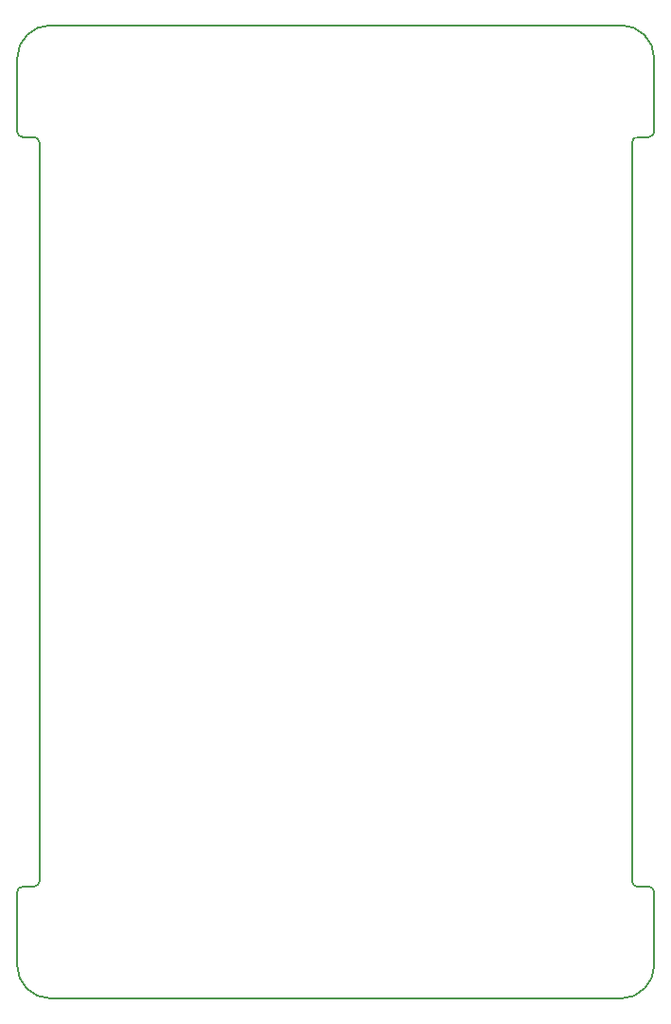
<source format=gm1>
%TF.GenerationSoftware,KiCad,Pcbnew,7.0.9-7.0.9~ubuntu22.04.1*%
%TF.CreationDate,2023-11-22T13:15:59-05:00*%
%TF.ProjectId,MWIRDetector,4d574952-4465-4746-9563-746f722e6b69,0.8.X*%
%TF.SameCoordinates,PX8f0d198PY5f5e100*%
%TF.FileFunction,Profile,NP*%
%FSLAX46Y46*%
G04 Gerber Fmt 4.6, Leading zero omitted, Abs format (unit mm)*
G04 Created by KiCad (PCBNEW 7.0.9-7.0.9~ubuntu22.04.1) date 2023-11-22 13:15:59*
%MOMM*%
%LPD*%
G01*
G04 APERTURE LIST*
%TA.AperFunction,Profile*%
%ADD10C,0.200000*%
%TD*%
G04 APERTURE END LIST*
D10*
%TO.C,X1*%
X121500000Y-59500000D02*
X121500000Y-59500000D01*
X121500000Y-59500000D02*
X121500000Y-59500000D01*
X121500000Y-66000000D02*
X121500000Y-59500000D01*
X121500000Y-66000000D02*
X121500000Y-66000000D01*
X121500000Y-66000000D02*
X121500000Y-66000000D01*
X121500000Y-134000000D02*
X121500000Y-134000000D01*
X121500000Y-134000000D02*
X121500000Y-134000000D01*
X121500000Y-140500000D02*
X121500000Y-134000000D01*
X121500000Y-140500000D02*
X121500000Y-140500000D01*
X121500000Y-140500000D02*
X121500000Y-140500000D01*
X122000000Y-66500000D02*
X122000000Y-66500000D01*
X122000000Y-66500000D02*
X122000000Y-66500000D01*
X122000000Y-133500000D02*
X122000000Y-133500000D01*
X122000000Y-133500000D02*
X122000000Y-133500000D01*
X122000000Y-133500000D02*
X123000000Y-133500000D01*
X123000000Y-66500000D02*
X122000000Y-66500000D01*
X123000000Y-66500000D02*
X123000000Y-66500000D01*
X123000000Y-66500000D02*
X123000000Y-66500000D01*
X123000000Y-133500000D02*
X123000000Y-133500000D01*
X123000000Y-133500000D02*
X123000000Y-133500000D01*
X123500000Y-67000000D02*
X123500000Y-67000000D01*
X123500000Y-67000000D02*
X123500000Y-67000000D01*
X123500000Y-133000000D02*
X123500000Y-67000000D01*
X123500000Y-133000000D02*
X123500000Y-133000000D01*
X123500000Y-133000000D02*
X123500000Y-133000000D01*
X124500000Y-56500000D02*
X124500000Y-56500000D01*
X124500000Y-56500000D02*
X124500000Y-56500000D01*
X124500000Y-56500000D02*
X175500000Y-56500000D01*
X124500000Y-143500000D02*
X124500000Y-143500000D01*
X124500000Y-143500000D02*
X124500000Y-143500000D01*
X175500000Y-56500000D02*
X175500000Y-56500000D01*
X175500000Y-56500000D02*
X175500000Y-56500000D01*
X175500000Y-143500000D02*
X124500000Y-143500000D01*
X175500000Y-143500000D02*
X175500000Y-143500000D01*
X175500000Y-143500000D02*
X175500000Y-143500000D01*
X176500000Y-67000000D02*
X176500000Y-67000000D01*
X176500000Y-67000000D02*
X176500000Y-67000000D01*
X176500000Y-67000000D02*
X176500000Y-133000000D01*
X176500000Y-133000000D02*
X176500000Y-133000000D01*
X176500000Y-133000000D02*
X176500000Y-133000000D01*
X177000000Y-66500000D02*
X177000000Y-66500000D01*
X177000000Y-66500000D02*
X177000000Y-66500000D01*
X177000000Y-133500000D02*
X177000000Y-133500000D01*
X177000000Y-133500000D02*
X177000000Y-133500000D01*
X177000000Y-133500000D02*
X178000000Y-133500000D01*
X178000000Y-66500000D02*
X177000000Y-66500000D01*
X178000000Y-66500000D02*
X178000000Y-66500000D01*
X178000000Y-66500000D02*
X178000000Y-66500000D01*
X178000000Y-133500000D02*
X178000000Y-133500000D01*
X178000000Y-133500000D02*
X178000000Y-133500000D01*
X178500000Y-59500000D02*
X178500000Y-59500000D01*
X178500000Y-59500000D02*
X178500000Y-59500000D01*
X178500000Y-59500000D02*
X178500000Y-66000000D01*
X178500000Y-66000000D02*
X178500000Y-66000000D01*
X178500000Y-66000000D02*
X178500000Y-66000000D01*
X178500000Y-134000000D02*
X178500000Y-134000000D01*
X178500000Y-134000000D02*
X178500000Y-134000000D01*
X178500000Y-134000000D02*
X178500000Y-140500000D01*
X178500000Y-140500000D02*
X178500000Y-140500000D01*
X178500000Y-140500000D02*
X178500000Y-140500000D01*
X124500000Y-56500000D02*
G75*
G03*
X121500000Y-59500000I1J-3000001D01*
G01*
X122000000Y-133500000D02*
G75*
G03*
X121500000Y-134000000I1J-500001D01*
G01*
X121500000Y-66000000D02*
G75*
G03*
X122000000Y-66500000I500001J1D01*
G01*
X123500000Y-67000000D02*
G75*
G03*
X123000000Y-66500000I-500001J-1D01*
G01*
X123000000Y-133500000D02*
G75*
G03*
X123500000Y-133000000I-1J500001D01*
G01*
X121500000Y-140500000D02*
G75*
G03*
X124500000Y-143500000I3000001J1D01*
G01*
X178500000Y-59500000D02*
G75*
G03*
X175500000Y-56500000I-3000000J0D01*
G01*
X177000000Y-66500000D02*
G75*
G03*
X176500000Y-67000000I0J-500000D01*
G01*
X176500000Y-133000000D02*
G75*
G03*
X177000000Y-133500000I500000J0D01*
G01*
X178500000Y-134000000D02*
G75*
G03*
X178000000Y-133500000I-500000J0D01*
G01*
X178000000Y-66500000D02*
G75*
G03*
X178500000Y-66000000I0J500000D01*
G01*
X175500000Y-143500000D02*
G75*
G03*
X178500000Y-140500000I0J3000000D01*
G01*
%TD*%
M02*

</source>
